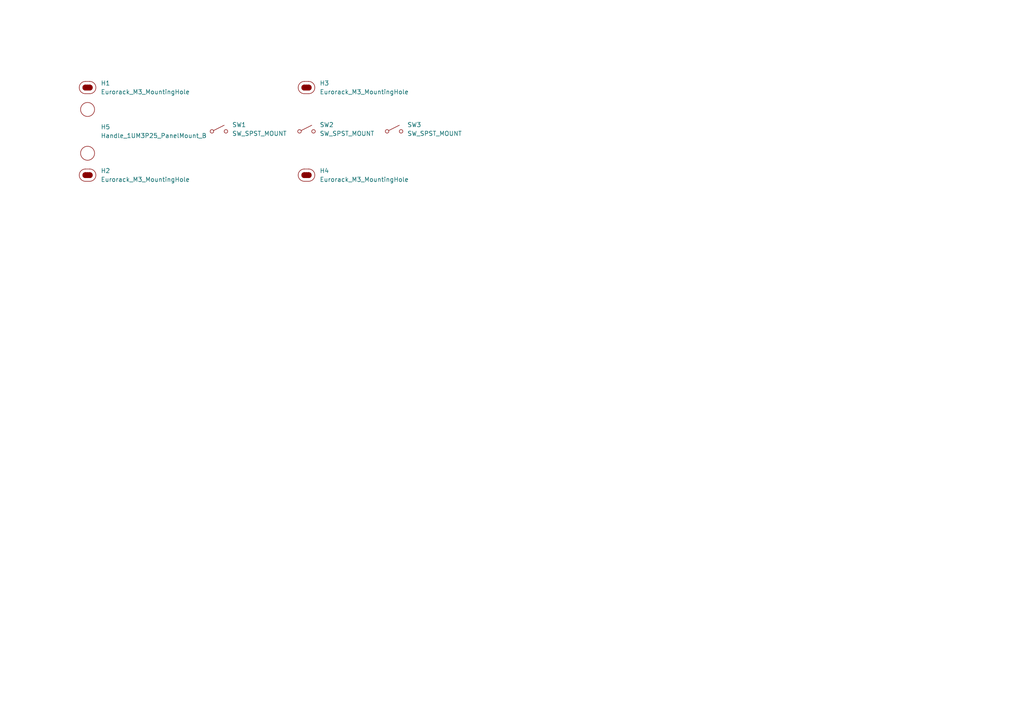
<source format=kicad_sch>
(kicad_sch (version 20250114) (generator "eeschema") (generator_version "9.0")
  (paper "A4")
  (lib_symbols
    (symbol "EXC:Eurorack_M3_MountingHole" (pin_names (offset 1.016))
      (property "Reference" "H" (at 0 5.08 0))
      (property "Value" "Eurorack_M3_MountingHole" (at 0 3.175 0))
      (symbol "Eurorack_M3_MountingHole_0_1"
        (polyline (pts (xy -0.635 0.762) (xy 0.635 0.762)))
        (circle (center -0.635 0) (radius 0.762) (fill (type outline)))
        (arc (start -0.635 -0.762) (mid -1.397 0) (end -0.635 0.762))
        (arc (start -0.635 -1.778) (mid -2.413 0) (end -0.635 1.778))
        (polyline (pts (xy -0.635 -0.762) (xy 0.635 -0.762)))
        (polyline (pts (xy -0.635 -1.778) (xy 0.635 -1.778)))
        (circle (center 0 0) (radius 0.762) (fill (type outline)))
        (polyline (pts (xy 0.635 1.778) (xy -0.635 1.778)))
        (arc (start 0.6141 1.778) (mid 2.4131 0) (end 0.6141 -1.778))
        (arc (start 0.6227 0.762) (mid 1.3971 0) (end 0.6227 -0.762))
        (circle (center 0.635 0) (radius 0.762) (fill (type outline)))
      )
    )
    (symbol "EXC:Handle_1UM3P25_B"
      (property "Reference" "H" (at 0 -6.35 0))
      (property "Value" "Handle_1UM3P25_PanelMount_B" (at 0.254 -17.018 0))
      (symbol "Handle_1UM3P25_B_0_1"
        (circle (center 0 0) (radius 2.032))
        (circle (center 0 -12.7) (radius 2.032))
      )
    )
    (symbol "EXC:SW_SPST-Cherry_Panel_Mount" (pin_names (offset 0) (hide yes))
      (property "Reference" "SW" (at 0 3.175 0))
      (property "Value" "SW_SPST_MOUNT" (at 0 -2.032 0))
      (symbol "SW_SPST-Cherry_Panel_Mount_0_0"
        (circle (center -2.032 0) (radius 0.508))
        (polyline (pts (xy -1.524 0.254) (xy 1.524 1.778)))
        (circle (center 2.032 0) (radius 0.508))
      )
    )
  )
  (symbol (lib_id "EXC:Eurorack_M3_MountingHole") (at 88.9 50.8 0) (unit 1)
    (property "Reference" "H4" (at 92.71 49.5299 0) (effects (justify left)))
    (property "Value" "Eurorack_M3_MountingHole" (at 92.71 52.0699 0) (effects (justify left)))
    (property "Footprint" "EXC:MountingHole_3.2mm_M3" (effects (hide yes)))
    (property "Description" "Mounting Hole without connection" (effects (hide yes)))
  )
  (symbol (lib_id "EXC:Eurorack_M3_MountingHole") (at 88.9 25.4 0) (unit 1)
    (property "Reference" "H3" (at 92.71 24.1299 0) (effects (justify left)))
    (property "Value" "Eurorack_M3_MountingHole" (at 92.71 26.6699 0) (effects (justify left)))
    (property "Footprint" "EXC:MountingHole_3.2mm_M3" (effects (hide yes)))
    (property "Description" "Mounting Hole without connection" (effects (hide yes)))
  )
  (symbol (lib_id "EXC:Eurorack_M3_MountingHole") (at 25.4 25.4 0) (unit 1)
    (property "Reference" "H1" (at 29.21 24.1299 0) (effects (justify left)))
    (property "Value" "Eurorack_M3_MountingHole" (at 29.21 26.6699 0) (effects (justify left)))
    (property "Footprint" "EXC:MountingHole_3.2mm_M3" (effects (hide yes)))
    (property "Description" "Mounting Hole without connection" (effects (hide yes)))
  )
  (symbol (lib_id "EXC:SW_SPST-Cherry_Panel_Mount") (at 114.3 38.1 0) (unit 1)
    (property "Reference" "SW3" (at 118.11 36.1949 0) (effects (justify left)))
    (property "Value" "SW_SPST_MOUNT" (at 118.11 38.7349 0) (effects (justify left)))
    (property "Footprint" "EXC:SW_Cherry_MX_1.00u_Mount" (effects (hide yes)))
    (property "Datasheet" "https://hirosarts.com/blog/keycap-dimensions-guide-for-beginners/" (effects (hide yes)))
    (property "Description" "Single Pole Single Throw (SPST) panel-mount switch" (effects (hide yes)))
    (property "Source" "https://www.adafruit.com/product/4954" (effects (hide yes)))
  )
  (symbol (lib_id "EXC:SW_SPST-Cherry_Panel_Mount") (at 63.5 38.1 0) (unit 1)
    (property "Reference" "SW1" (at 67.31 36.1949 0) (effects (justify left)))
    (property "Value" "SW_SPST_MOUNT" (at 67.31 38.7349 0) (effects (justify left)))
    (property "Footprint" "EXC:SW_Cherry_MX_1.00u_Mount" (effects (hide yes)))
    (property "Datasheet" "https://hirosarts.com/blog/keycap-dimensions-guide-for-beginners/" (effects (hide yes)))
    (property "Description" "Single Pole Single Throw (SPST) panel-mount switch" (effects (hide yes)))
    (property "Source" "https://www.adafruit.com/product/4954" (effects (hide yes)))
  )
  (symbol (lib_id "EXC:SW_SPST-Cherry_Panel_Mount") (at 88.9 38.1 0) (unit 1)
    (property "Reference" "SW2" (at 92.71 36.1949 0) (effects (justify left)))
    (property "Value" "SW_SPST_MOUNT" (at 92.71 38.7349 0) (effects (justify left)))
    (property "Footprint" "EXC:SW_Cherry_MX_1.00u_Mount" (effects (hide yes)))
    (property "Datasheet" "https://hirosarts.com/blog/keycap-dimensions-guide-for-beginners/" (effects (hide yes)))
    (property "Description" "Single Pole Single Throw (SPST) panel-mount switch" (effects (hide yes)))
    (property "Source" "https://www.adafruit.com/product/4954" (effects (hide yes)))
  )
  (symbol (lib_id "EXC:Eurorack_M3_MountingHole") (at 25.4 50.8 0) (unit 1)
    (property "Reference" "H2" (at 29.21 49.5299 0) (effects (justify left)))
    (property "Value" "Eurorack_M3_MountingHole" (at 29.21 52.0699 0) (effects (justify left)))
    (property "Footprint" "EXC:MountingHole_3.2mm_M3" (effects (hide yes)))
    (property "Description" "Mounting Hole without connection" (effects (hide yes)))
  )
  (symbol (lib_id "EXC:Handle_1UM3P25_B") (at 25.4 31.75 0) (unit 1)
    (property "Reference" "H5" (at 29.21 36.8299 0) (effects (justify left)))
    (property "Value" "Handle_1UM3P25_PanelMount_B" (at 29.21 39.3699 0) (effects (justify left)))
    (property "Footprint" "EXC:Handle_1UM3P25_B" (effects (hide yes)))
  )
)
</source>
